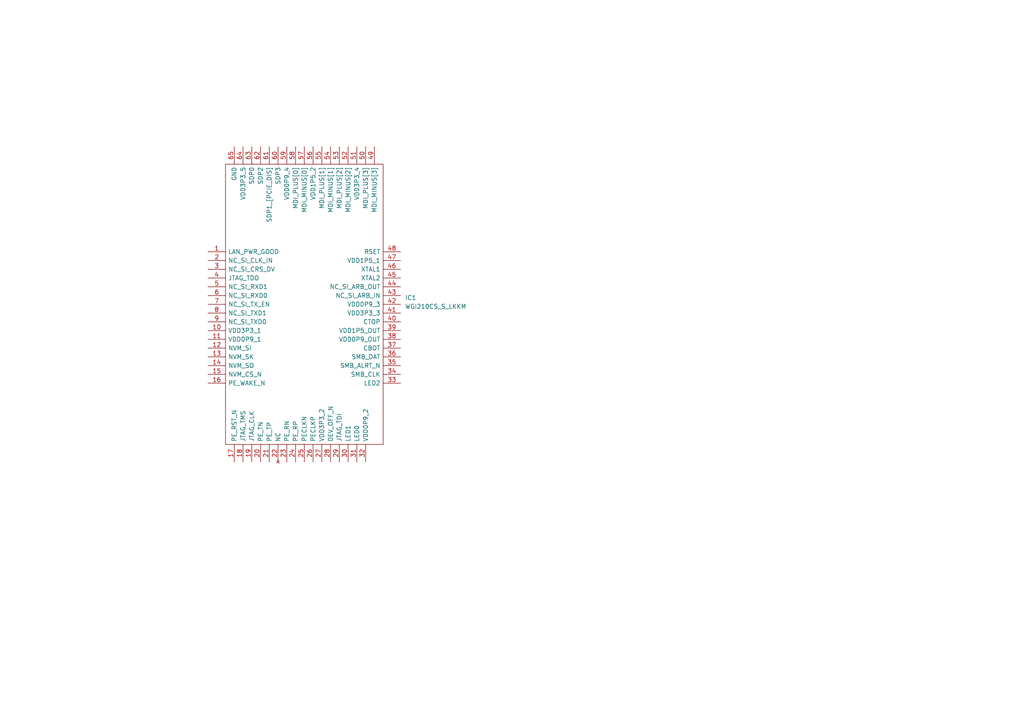
<source format=kicad_sch>
(kicad_sch (version 20201015) (generator eeschema)
  (page 1 10)
  (paper "A4")
  (lib_symbols
    (symbol "AP3500:WGI210CS_S_LKKM" (pin_names (offset 0.762))
      (property "Reference" "IC" (at 52.07 30.48 0))
      (property "Value" "WGI210CS_S_LKKM" (at 52.07 27.94 0))
      (symbol "WGI210CS_S_LKKM_0_1"
        (polyline (pts (xy 5.08 25.4) (xy 50.8 25.4) (xy 50.8 -55.88) (xy 5.08 -55.88) (xy 5.08 25.4)) (stroke (width 0.1524)))
      )
      (symbol "WGI210CS_S_LKKM_0_0"
        (pin passive line (at 0 0 0) (length 5.08) (name "LAN_PWR_GOOD") (number "1"))
        (pin passive line (at 0 -2.54 0) (length 5.08) (name "NC_SI_CLK_IN") (number "2"))
        (pin passive line (at 0 -5.08 0) (length 5.08) (name "NC_SI_CRS_DV") (number "3"))
        (pin passive line (at 0 -7.62 0) (length 5.08) (name "JTAG_TDO") (number "4"))
        (pin passive line (at 0 -10.16 0) (length 5.08) (name "NC_SI_RXD1") (number "5"))
        (pin passive line (at 0 -12.7 0) (length 5.08) (name "NC_SI_RXD0") (number "6"))
        (pin passive line (at 0 -15.24 0) (length 5.08) (name "NC_SI_TX_EN") (number "7"))
        (pin passive line (at 0 -17.78 0) (length 5.08) (name "NC_SI_TXD1") (number "8"))
        (pin passive line (at 0 -20.32 0) (length 5.08) (name "NC_SI_TXD0") (number "9"))
        (pin passive line (at 0 -22.86 0) (length 5.08) (name "VDD3P3_1") (number "10"))
        (pin passive line (at 0 -25.4 0) (length 5.08) (name "VDD0P9_1") (number "11"))
        (pin passive line (at 0 -27.94 0) (length 5.08) (name "NVM_SI") (number "12"))
        (pin passive line (at 0 -30.48 0) (length 5.08) (name "NVM_SK") (number "13"))
        (pin passive line (at 0 -33.02 0) (length 5.08) (name "NVM_SO") (number "14"))
        (pin passive line (at 0 -35.56 0) (length 5.08) (name "NVM_CS_N") (number "15"))
        (pin passive line (at 0 -38.1 0) (length 5.08) (name "PE_WAKE_N") (number "16"))
        (pin passive line (at 7.62 -60.96 90) (length 5.08) (name "PE_RST_N") (number "17"))
        (pin passive line (at 10.16 -60.96 90) (length 5.08) (name "JTAG_TMS") (number "18"))
        (pin passive line (at 12.7 -60.96 90) (length 5.08) (name "JTAG_CLK") (number "19"))
        (pin passive line (at 15.24 -60.96 90) (length 5.08) (name "PE_TN") (number "20"))
        (pin passive line (at 17.78 -60.96 90) (length 5.08) (name "PE_TP") (number "21"))
        (pin unconnected line (at 20.32 -60.96 90) (length 5.08) (name "NC") (number "22"))
        (pin passive line (at 22.86 -60.96 90) (length 5.08) (name "PE_RN") (number "23"))
        (pin passive line (at 25.4 -60.96 90) (length 5.08) (name "PE_RP") (number "24"))
        (pin passive line (at 27.94 -60.96 90) (length 5.08) (name "PECLKN") (number "25"))
        (pin passive line (at 30.48 -60.96 90) (length 5.08) (name "PECLKP") (number "26"))
        (pin passive line (at 33.02 -60.96 90) (length 5.08) (name "VDD3P3_2") (number "27"))
        (pin passive line (at 35.56 -60.96 90) (length 5.08) (name "DEV_OFF_N") (number "28"))
        (pin passive line (at 38.1 -60.96 90) (length 5.08) (name "JTAG_TDI") (number "29"))
        (pin passive line (at 40.64 -60.96 90) (length 5.08) (name "LED1") (number "30"))
        (pin passive line (at 43.18 -60.96 90) (length 5.08) (name "LED0") (number "31"))
        (pin passive line (at 45.72 -60.96 90) (length 5.08) (name "VDD0P9_2") (number "32"))
        (pin passive line (at 55.88 0 180) (length 5.08) (name "RSET") (number "48"))
        (pin passive line (at 55.88 -2.54 180) (length 5.08) (name "VDD1P5_1") (number "47"))
        (pin passive line (at 55.88 -5.08 180) (length 5.08) (name "XTAL1") (number "46"))
        (pin passive line (at 55.88 -7.62 180) (length 5.08) (name "XTAL2") (number "45"))
        (pin passive line (at 55.88 -10.16 180) (length 5.08) (name "NC_SI_ARB_OUT") (number "44"))
        (pin passive line (at 55.88 -12.7 180) (length 5.08) (name "NC_SI_ARB_IN") (number "43"))
        (pin passive line (at 55.88 -15.24 180) (length 5.08) (name "VDD0P9_3") (number "42"))
        (pin passive line (at 55.88 -17.78 180) (length 5.08) (name "VDD3P3_3") (number "41"))
        (pin passive line (at 55.88 -20.32 180) (length 5.08) (name "CTOP") (number "40"))
        (pin passive line (at 55.88 -22.86 180) (length 5.08) (name "VDD1P5_OUT") (number "39"))
        (pin passive line (at 55.88 -25.4 180) (length 5.08) (name "VDD0P9_OUT") (number "38"))
        (pin passive line (at 55.88 -27.94 180) (length 5.08) (name "CBOT") (number "37"))
        (pin passive line (at 55.88 -30.48 180) (length 5.08) (name "SMB_DAT") (number "36"))
        (pin passive line (at 55.88 -33.02 180) (length 5.08) (name "SMB_ALRT_N") (number "35"))
        (pin passive line (at 55.88 -35.56 180) (length 5.08) (name "SMB_CLK") (number "34"))
        (pin passive line (at 55.88 -38.1 180) (length 5.08) (name "LED2") (number "33"))
        (pin passive line (at 7.62 30.48 270) (length 5.08) (name "GND") (number "65"))
        (pin passive line (at 10.16 30.48 270) (length 5.08) (name "VDD3P3_5") (number "64"))
        (pin passive line (at 12.7 30.48 270) (length 5.08) (name "SDP0") (number "63"))
        (pin passive line (at 15.24 30.48 270) (length 5.08) (name "SDP2") (number "62"))
        (pin passive line (at 17.78 30.48 270) (length 5.08) (name "SDP1_[PCIE_DIS]") (number "61"))
        (pin passive line (at 20.32 30.48 270) (length 5.08) (name "SDP3") (number "60"))
        (pin passive line (at 22.86 30.48 270) (length 5.08) (name "VDD0P9_4") (number "59"))
        (pin passive line (at 25.4 30.48 270) (length 5.08) (name "MDI_PLUS[0]") (number "58"))
        (pin passive line (at 27.94 30.48 270) (length 5.08) (name "MDI_MINUS[0]") (number "57"))
        (pin passive line (at 30.48 30.48 270) (length 5.08) (name "VDD1P5_2") (number "56"))
        (pin passive line (at 33.02 30.48 270) (length 5.08) (name "MDI_PLUS[1]") (number "55"))
        (pin passive line (at 35.56 30.48 270) (length 5.08) (name "MDI_MINUS[1]") (number "54"))
        (pin passive line (at 38.1 30.48 270) (length 5.08) (name "MDI_PLUS[2]") (number "53"))
        (pin passive line (at 40.64 30.48 270) (length 5.08) (name "MDI_MINUS[2]") (number "52"))
        (pin passive line (at 43.18 30.48 270) (length 5.08) (name "VDD3P3_4") (number "51"))
        (pin passive line (at 45.72 30.48 270) (length 5.08) (name "MDI_PLUS[3]") (number "50"))
        (pin passive line (at 48.26 30.48 270) (length 5.08) (name "MDI_MINUS[3]") (number "49"))
      )
    )
  )
  (symbol (lib_id "AP3500:WGI210CS_S_LKKM") (at 60.325 73.025 0) (unit 1)
    (property "Reference" "IC1" (at 117.475 86.36 0) (effects (justify left)))
    (property "Value" "WGI210CS_S_LKKM" (at 117.475 88.9 0) (effects (justify left)))
    (property "Footprint" "AP3500:QFN50P900X900X100-65N" (effects hide))
    (property "Datasheet" "https://componentsearchengine.com/Datasheets/1/WGI210CS S LKKM.pdf" (effects hide))
    (property "Description" "Ethernet ICs DEVICE CON" (effects hide))
    (property "Height" "1" (effects hide))
    (property "Manufacturer_Name" "Intel" (effects hide))
    (property "Manufacturer_Part_Number" "WGI210CS S LKKM" (effects hide))
    (property "Mouser Part Number" "607-WGI210CSSLKKM" (effects hide))
    (property "Mouser Price/Stock" "https://www.mouser.co.uk/ProductDetail/Intel/WGI210CS-S-LKKM?qs=d5w0Orft5TqN8mKiqgAr2Q%3D%3D" (effects hide))
  )
)
</source>
